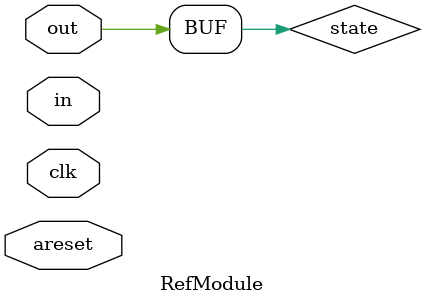
<source format=sv>

module RefModule (
  input clk,
  input in,
  input areset,
  input out
);

  parameter A=0, B=1;
  reg state;
  reg next;

    always @(*) begin
    case (state)
      A: next = in ? A : B;
      B: next = in ? B : A;
    endcase
    end

    always @(posedge clk, posedge areset) begin
    if (areset) state <= B;
        else state <= next;
  end

  assign out = (state==B);

endmodule


</source>
